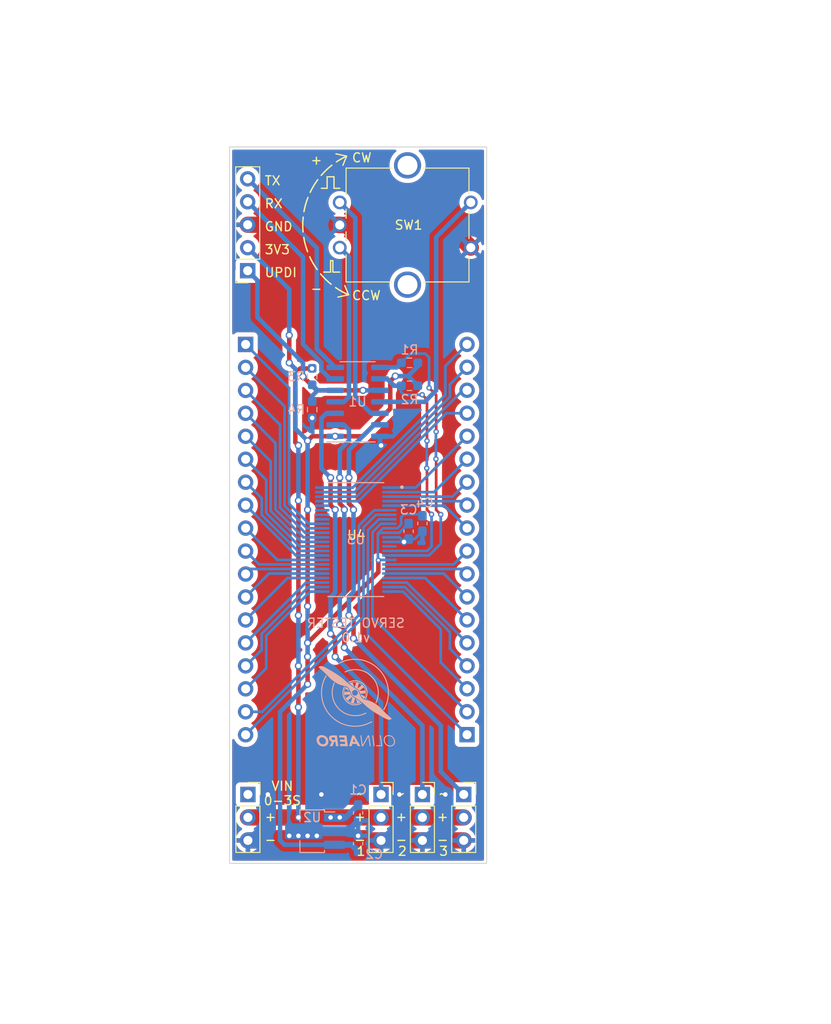
<source format=kicad_pcb>
(kicad_pcb (version 20240108) (generator "pcbnew") (generator_version "8.0")
  (layers (0 "F.Cu" signal) (31 "B.Cu" signal) (34 "B.Paste" user) (35 "F.Paste" user) (36 "B.SilkS" user "B.Silkscreen") (37 "F.SilkS" user "F.Silkscreen") (38 "B.Mask" user) (39 "F.Mask" user) (44 "Edge.Cuts" user))
  (net 0 "")
  (net 1 "VIN")
  (net 2 "GND")
  (net 3 "3V3")
  (net 4 "/PWM1")
  (net 5 "/PWM2")
  (net 7 "/UPDI")
  (net 8 "/UART_RX")
  (net 9 "/UART_TX")
  (net 10 "/PWM3")
  (net 11 "/SDA")
  (net 12 "/SCL")
  (net 13 "/VREAD")
  (net 14 "/A")
  (net 15 "/B")
  (net 16 "/SW")
  (net 17 "/COM0")
  (net 18 "/COM1")
  (net 19 "/COM2")
  (net 20 "/COM3")
  (net 26 "/22")
  (net 27 "/21")
  (net 28 "/20")
  (net 29 "/19")
  (net 30 "/18")
  (net 31 "/5")
  (net 32 "/4")
  (net 33 "/3")
  (net 34 "/2")
  (net 35 "/1")
  (net 36 "/30")
  (net 37 "/29")
  (net 38 "/28")
  (net 39 "/27")
  (net 40 "/17")
  (net 41 "/16")
  (net 42 "/15")
  (net 43 "/14")
  (net 44 "/13")
  (net 45 "/12")
  (net 46 "/11")
  (net 47 "/10")
  (net 48 "/9")
  (net 49 "/8")
  (net 50 "/7")
  (net 51 "/6")
  (net 52 "/0")
  (net 53 "/35")
  (net 54 "/34")
  (net 55 "/33")
  (net 56 "/32")
  (net 57 "/31")
  (footprint "servo_tester:VIM-878-DP" (layer "F.Cu") (at 114.612 81.036)
    (property "Reference" "U4")
    (property "Value" "VIM-878-DP-FC-S-LV")
  )
  (footprint "Connector_PinSocket_2.54mm:PinSocket_1x03_P2.54mm_Vertical" (layer "F.Cu") (at 102.616 109.22)
    (property "Reference" "J3" (hide yes))
    (property "Value" "Power In")
  )
  (footprint "Rotary_Encoder:RotaryEncoder_Bourns_Vertical_PEC12R-3xxxF-Sxxxx" (layer "F.Cu") (at 112.776 43.728)
    (property "Reference" "SW1")
    (property "Value" "RotaryEncoder_Switch")
  )
  (footprint "Connector_PinSocket_2.54mm:PinSocket_1x03_P2.54mm_Vertical" (layer "F.Cu") (at 121.92 109.22)
    (property "Reference" "J2" (hide yes))
    (property "Value" "Servo 2")
  )
  (footprint "Connector_PinSocket_2.54mm:PinSocket_1x03_P2.54mm_Vertical" (layer "F.Cu") (at 126.492 109.22)
    (property "Reference" "J5" (hide yes))
    (property "Value" "Servo 3")
  )
  (footprint "Connector_PinSocket_2.54mm:PinSocket_1x05_P2.54mm_Vertical" (layer "F.Cu") (at 102.591 51.278 180)
    (property "Reference" "J4" (hide yes))
    (property "Value" "Prog")
  )
  (footprint "Connector_PinSocket_2.54mm:PinSocket_1x03_P2.54mm_Vertical" (layer "F.Cu") (at 117.348 109.22)
    (property "Reference" "J1" (hide yes))
    (property "Value" "Servo 1")
  )
  (footprint "Capacitor_SMD:C_0603_1608Metric_Pad1.08x0.95mm_HandSolder" (layer "B.Cu") (at 114.808 111.252 -90)
    (property "Reference" "C1")
    (property "Value" "1u")
  )
  (footprint "LOGO" (layer "B.Cu") (at 114.630578 100.05801 180)
    (property "Reference" "G***" (hide yes))
    (property "Value" "LOGO" (hide yes))
  )
  (footprint "Capacitor_SMD:C_0603_1608Metric_Pad1.08x0.95mm_HandSolder" (layer "B.Cu") (at 120.396 80.1105 -90)
    (property "Reference" "C3")
    (property "Value" "100n")
  )
  (footprint "Package_SO:SOIC-14_3.9x8.7mm_P1.27mm" (layer "B.Cu") (at 114.743 65.786)
    (property "Reference" "U1")
    (property "Value" "ATtiny404-SS")
  )
  (footprint "Resistor_SMD:R_0603_1608Metric_Pad0.98x0.95mm_HandSolder" (layer "B.Cu") (at 109.728 62.992 -90)
    (property "Reference" "R3")
    (property "Value" "15k")
  )
  (footprint "Resistor_SMD:R_0603_1608Metric_Pad0.98x0.95mm_HandSolder" (layer "B.Cu") (at 109.728 66.6515 -90)
    (property "Reference" "R4")
    (property "Value" "4.7k")
  )
  (footprint "Resistor_SMD:R_0603_1608Metric_Pad0.98x0.95mm_HandSolder" (layer "B.Cu") (at 120.4995 64.008 180)
    (property "Reference" "R2")
    (property "Value" "4.7k")
  )
  (footprint "Resistor_SMD:R_0603_1608Metric_Pad0.98x0.95mm_HandSolder" (layer "B.Cu") (at 120.4995 61.468 180)
    (property "Reference" "R1")
    (property "Value" "4.7k")
  )
  (footprint "Capacitor_SMD:C_0603_1608Metric_Pad1.08x0.95mm_HandSolder" (layer "B.Cu") (at 114.808 114.6545 90)
    (property "Reference" "C2")
    (property "Value" "2.2u")
  )
  (footprint "Package_TO_SOT_SMD:SOT-89-3_Handsoldering" (layer "B.Cu") (at 109.728 113.284 180)
    (property "Reference" "U2")
    (property "Value" "AP2205-33Y-13")
  )
  (footprint "servo_tester:SOP50P810X120-48N" (layer "B.Cu") (at 114.554 81.026 180)
    (property "Reference" "U3")
    (property "Value" "PCF8551ATT_AJ")
  )
  (footprint "Capacitor_SMD:C_0603_1608Metric_Pad1.08x0.95mm_HandSolder" (layer "B.Cu") (at 121.92 79.248 -90)
    (property "Reference" "C4")
    (property "Value" "100n")
  )
  (gr_line (start 112.014 50.165) (end 112.014 51.435) (stroke (width 0.15)) (layer "F.SilkS"))
  (gr_line (start 111.76 51.435) (end 111.76 50.165) (stroke (width 0.15)) (layer "F.SilkS"))
  (gr_line (start 111.379 42.164) (end 111.379 40.894) (stroke (width 0.15)) (layer "F.SilkS"))
  (gr_line (start 113.538 38.608) (end 113.122869 39.623272) (stroke (width 0.15)) (layer "F.SilkS"))
  (gr_line (start 111.76 50.165) (end 112.014 50.165) (stroke (width 0.15)) (layer "F.SilkS"))
  (gr_line (start 113.538 38.608) (end 112.360869 38.353272) (stroke (width 0.15)) (layer "F.SilkS"))
  (gr_arc (start 113.750559 53.943631) (mid 108.685911 46.344541) (end 113.538 38.608) (stroke (width 0.15) (type dash)) (layer "F.SilkS"))
  (gr_line (start 113.750559 53.943631) (end 113.335428 52.928359) (stroke (width 0.15)) (layer "F.SilkS"))
  (gr_line (start 113.750559 53.943631) (end 112.573428 54.198359) (stroke (width 0.15)) (layer "F.SilkS"))
  (gr_line (start 110.744 42.164) (end 111.379 42.164) (stroke (width 0.15)) (layer "F.SilkS"))
  (gr_line (start 112.141 42.164) (end 112.776 42.164) (stroke (width 0.15)) (layer "F.SilkS"))
  (gr_line (start 111.379 40.894) (end 112.141 40.894) (stroke (width 0.15)) (layer "F.SilkS"))
  (gr_line (start 112.014 51.435) (end 112.776 51.435) (stroke (width 0.15)) (layer "F.SilkS"))
  (gr_line (start 110.998 51.435) (end 111.76 51.435) (stroke (width 0.15)) (layer "F.SilkS"))
  (gr_line (start 112.141 40.894) (end 112.141 42.164) (stroke (width 0.15)) (layer "F.SilkS"))
  (gr_rect (start 100.584 37.592) (end 129.032 116.84) (stroke (width 0.1)) (fill none) (layer "Edge.Cuts"))
  (gr_text "SERVO TESTER\nv1.0" (at 114.554 92.456 0) (layer "B.SilkS") (effects (font (size 1 1)) (justify bottom mirror)))
  (gr_text "TX" (at 104.394 41.91 0) (layer "F.SilkS") (effects (font (size 1 1)) (justify left bottom)))
  (gr_text "3" (at 123.698 116.078 0) (layer "F.SilkS") (effects (font (size 1 1)) (justify left bottom)))
  (gr_text "CCW" (at 114.046 54.61 0) (layer "F.SilkS") (effects (font (size 1 1)) (justify left bottom)))
  (gr_text "+" (at 104.394 112.268 0) (layer "F.SilkS") (effects (font (size 1 1)) (justify left bottom)))
  (gr_text "RX" (at 104.394 44.45 0) (layer "F.SilkS") (effects (font (size 1 1)) (justify left bottom)))
  (gr_text "~" (at 119.126 109.728 0) (layer "F.SilkS") (effects (font (size 1 1)) (justify left bottom)))
  (gr_text "+" (at 123.444 112.268 0) (layer "F.SilkS") (effects (font (size 1 1)) (justify left bottom)))
  (gr_text "+" (at 114.3 112.268 0) (layer "F.SilkS") (effects (font (size 1 1)) (justify left bottom)))
  (gr_text "UPDI" (at 104.394 52.07 0) (layer "F.SilkS") (effects (font (size 1 1)) (justify left bottom)))
  (gr_text "+" (at 109.474 39.624 0) (layer "F.SilkS") (effects (font (size 1 1)) (justify left bottom)))
  (gr_text "-" (at 123.444 114.808 0) (layer "F.SilkS") (effects (font (size 1 1)) (justify left bottom)))
  (gr_text "3V3" (at 104.394 49.53 0) (layer "F.SilkS") (effects (font (size 1 1)) (justify left bottom)))
  (gr_text "VIN\n0-3S" (at 106.426 110.49 0) (layer "F.SilkS") (effects (font (size 1 1)) (justify bottom)))
  (gr_text "~" (at 114.554 109.728 0) (layer "F.SilkS") (effects (font (size 1 1)) (justify left bottom)))
  (gr_text "~" (at 123.698 109.728 0) (layer "F.SilkS") (effects (font (size 1 1)) (justify left bottom)))
  (gr_text "GND" (at 104.394 46.99 0) (layer "F.SilkS") (effects (font (size 1 1)) (justify left bottom)))
  (gr_text "1" (at 114.554 116.078 0) (layer "F.SilkS") (effects (font (size 1 1)) (justify left bottom)))
  (gr_text "+" (at 118.872 112.268 0) (layer "F.SilkS") (effects (font (size 1 1)) (justify left bottom)))
  (gr_text "CW" (at 114.046 39.37 0) (layer "F.SilkS") (effects (font (size 1 1)) (justify left bottom)))
  (gr_text "2" (at 119.126 116.078 0) (layer "F.SilkS") (effects (font (size 1 1)) (justify left bottom)))
  (gr_text "-" (at 118.872 114.808 0) (layer "F.SilkS") (effects (font (size 1 1)) (justify left bottom)))
  (gr_text "-" (at 104.394 114.808 0) (layer "F.SilkS") (effects (font (size 1 1)) (justify left bottom)))
  (gr_text "-" (at 109.474 53.848 0) (layer "F.SilkS") (effects (font (size 1 1)) (justify left bottom)))
  (gr_text "-" (at 114.3 114.808 0) (layer "F.SilkS") (effects (font (size 1 1)) (justify left bottom)))
  (segment (start 108.401572 62.100346) (end 107.862 62.639918) (width 0.5) (layer "F.Cu") (net 1))
  (segment (start 108.204 76.708) (end 108.204 89.408) (width 0.5) (layer "F.Cu") (net 1))
  (segment (start 102.616 111.76) (end 108.204 111.76) (width 1.8) (layer "F.Cu") (net 1))
  (segment (start 109.707154 62.100346) (end 108.401572 62.100346) (width 0.5) (layer "F.Cu") (net 1))
  (segment (start 117.348 111.76) (end 121.92 111.76) (width 1.8) (layer "F.Cu") (net 1))
  (segment (start 112.776 111.76) (end 117.348 111.76) (width 1.8) (layer "F.Cu") (net 1))
  (segment (start 108.204 99.568) (end 108.204 94.996) (width 0.5) (layer "F.Cu") (net 1))
  (segment (start 121.92 111.76) (end 126.492 111.76) (width 1.8) (layer "F.Cu") (net 1))
  (segment (start 108.204 111.76) (end 111.76 111.76) (width 1.8) (layer "F.Cu") (net 1))
  (segment (start 107.862 62.639918) (end 107.862 70.27) (width 0.5) (layer "F.Cu") (net 1))
  (segment (start 111.76 111.76) (end 112.776 111.76) (width 1.8) (layer "F.Cu") (net 1))
  (segment (start 107.862 70.27) (end 108.204 70.612) (width 0.5) (layer "F.Cu") (net 1))
  (via (at 108.204 94.996) (size 0.8) (drill 0.5) (layers "F.Cu" "B.Cu") (net 1))
  (via (at 112.776 111.76) (size 0.8) (drill 0.5) (layers "F.Cu" "B.Cu") (net 1))
  (via (at 108.204 76.708) (size 0.8) (drill 0.5) (layers "F.Cu" "B.Cu") (net 1))
  (via (at 108.204 70.612) (size 0.8) (drill 0.5) (layers "F.Cu" "B.Cu") (net 1))
  (via (at 111.76 111.76) (size 0.8) (drill 0.5) (layers "F.Cu" "B.Cu") (net 1))
  (via (at 108.204 99.568) (size 0.8) (drill 0.5) (layers "F.Cu" "B.Cu") (net 1))
  (via (at 109.707154 62.100346) (size 0.8) (drill 0.5) (layers "F.Cu" "B.Cu") (net 1))
  (via (at 108.204 111.76) (size 0.8) (drill 0.5) (layers "F.Cu" "B.Cu") (net 1))
  (via (at 108.204 89.408) (size 0.8) (drill 0.5) (layers "F.Cu" "B.Cu") (net 1))
  (segment (start 112.178 111.784) (end 113.4135 111.784) (width 0.65) (layer "B.Cu") (net 1))
  (segment (start 113.4135 111.784) (end 114.808 110.3895) (width 0.65) (layer "B.Cu") (net 1))
  (segment (start 108.204 99.568) (end 108.204 111.76) (width 0.5) (layer "B.Cu") (net 1))
  (segment (start 108.204 70.612) (end 108.204 76.708) (width 0.5) (layer "B.Cu") (net 1))
  (segment (start 108.204 89.408) (end 108.204 94.996) (width 0.5) (layer "B.Cu") (net 1))
  (segment (start 119.888 68.072) (end 119.888 90.005321) (width 1.8) (layer "F.Cu") (net 2))
  (segment (start 116.8415 65.1965) (end 116.8415 49.5315) (width 1.8) (layer "F.Cu") (net 2))
  (segment (start 111.76 98.133321) (end 111.76 108.204) (width 1.8) (layer "F.Cu") (net 2))
  (segment (start 112.776 46.228) (end 124.776 46.228) (width 1.8) (layer "F.Cu") (net 2))
  (segment (start 119.38 107.996364) (end 118.653636 107.27) (width 1.8) (layer "F.Cu") (net 2))
  (segment (start 124.46 108.504364) (end 123.225636 107.27) (width 1.8) (layer "F.Cu") (net 2))
  (segment (start 109.728 67.564) (end 111.276 66.016) (width 1.8) (layer "F.Cu") (net 2))
  (segment (start 124.776 46.228) (end 127.276 48.728) (width 1.8) (layer "F.Cu") (net 2))
  (segment (start 121.92 114.3) (end 126.492 114.3) (width 1.8) (layer "F.Cu") (net 2))
  (segment (start 111.76 108.204) (end 110.744 109.22) (width 1.8) (layer "F.Cu") (net 2))
  (segment (start 119.888 65.032147) (end 119.888 68.072) (width 1.8) (layer "F.Cu") (net 2))
  (segment (start 119.888 90.005321) (end 111.76 98.133321) (width 1.8) (layer "F.Cu") (net 2))
  (segment (start 124.46 109.22) (end 124.46 108.504364) (width 1.8) (layer "F.Cu") (net 2))
  (segment (start 102.591 46.198) (end 112.746 46.198) (width 1.8) (layer "F.Cu") (net 2))
  (segment (start 102.616 114.3) (end 117.348 114.3) (width 1.8) (layer "F.Cu") (net 2))
  (segment (start 116.022 66.016) (end 116.8415 65.1965) (width 1.8) (layer "F.Cu") (net 2))
  (segment (start 104.822 109.22) (end 110.744 109.22) (width 1.8) (layer "F.Cu") (net 2))
  (segment (start 112.776 46.228) (end 113.538 46.228) (width 1.8) (layer "F.Cu") (net 2))
  (segment (start 117.348 114.3) (end 121.92 114.3) (width 1.8) (layer "F.Cu") (net 2))
  (segment (start 112.746 46.198) (end 112.776 46.228) (width 1.8) (layer "F.Cu") (net 2))
  (segment (start 116.8415 58.332179) (end 120.904 62.394679) (width 1.8) (layer "F.Cu") (net 2))
  (segment (start 116.8415 49.5315) (end 116.8415 58.332179) (width 1.8) (layer "F.Cu") (net 2))
  (segment (start 111.276 66.016) (end 116.022 66.016) (width 1.8) (layer "F.Cu") (net 2))
  (segment (start 120.904 64.016147) (end 119.888 65.032147) (width 1.8) (layer "F.Cu") (net 2))
  (segment (start 112.694 107.27) (end 110.744 109.22) (width 1.8) (layer "F.Cu") (net 2))
  (segment (start 118.653636 107.27) (end 112.694 107.27) (width 1.8) (layer "F.Cu") (net 2))
  (segment (start 123.225636 107.27) (end 118.653636 107.27) (width 1.8) (layer "F.Cu") (net 2))
  (segment (start 119.38 109.22) (end 119.38 107.996364) (width 1.8) (layer "F.Cu") (net 2))
  (segment (start 113.538 46.228) (end 116.8415 49.5315) (width 1.8) (layer "F.Cu") (net 2))
  (segment (start 120.904 62.394679) (end 120.904 64.016147) (width 1.8) (layer "F.Cu") (net 2))
  (segment (start 119.888 68.072) (end 117.348 70.612) (width 1.8) (layer "F.Cu") (net 2))
  (via (at 109.728 67.564) (size 0.8) (drill 0.5) (layers "F.Cu" "B.Cu") (net 2))
  (via (at 108.204 113.792) (size 0.8) (drill 0.5) (layers "F.Cu" "B.Cu") (net 2))
  (via (at 114.808 113.792) (size 0.8) (drill 0.5) (layers "F.Cu" "B.Cu") (net 2))
  (via (at 107.188 113.792) (size 0.8) (drill 0.5) (layers "F.Cu" "B.Cu") (net 2))
  (via (at 119.38 109.22) (size 0.8) (drill 0.5) (layers "F.Cu" "B.Cu") (net 2))
  (via (at 104.822 109.22) (size 0.8) (drill 0.5) (layers "F.Cu" "B.Cu") (net 2))
  (via (at 109.22 113.792) (size 0.8) (drill 0.5) (layers "F.Cu" "B.Cu") (net 2))
  (via (at 110.744 109.22) (size 0.8) (drill 0.5) (layers "F.Cu" "B.Cu") (net 2))
  (via (at 117.348 70.612) (size 0.8) (drill 0.5) (layers "F.Cu" "B.Cu") (net 2))
  (via (at 119.888 81.28) (size 0.8) (drill 0.5) (layers "F.Cu" "B.Cu") (net 2))
  (via (at 110.236 113.792) (size 0.8) (drill 0.5) (layers "F.Cu" "B.Cu") (net 2))
  (via (at 124.46 109.22) (size 0.8) (drill 0.5) (layers "F.Cu" "B.Cu") (net 2))
  (segment (start 119.384 80.776) (end 118.269 80.776) (width 0.3) (layer "B.Cu") (net 2))
  (segment (start 112.0905 113.284) (end 113.6435 113.284) (width 0.65) (layer "B.Cu") (net 2))
  (segment (start 104.822 112.944) (end 104.822 109.22) (width 1.8) (layer "B.Cu") (net 2))
  (segment (start 122.77 114.3) (end 124.46 112.61) (width 1.8) (layer "B.Cu") (net 2))
  (segment (start 119.38 109.22) (end 119.38 113.118) (width 1.8) (layer "B.Cu") (net 2))
  (segment (start 117.218 70.482) (end 117.348 70.612) (width 0.5) (layer "B.Cu") (net 2))
  (segment (start 124.46 112.61) (end 124.46 109.22) (width 1.8) (layer "B.Cu") (net 2))
  (segment (start 120.396 81.1795) (end 120.2955 81.28) (width 0.3) (layer "B.Cu") (net 2))
  (segment (start 120.195 80.973) (end 120.396 80.973) (width 0.3) (layer "B.Cu") (net 2))
  (segment (start 119.888 81.28) (end 120.2955 81.28) (width 0.3) (layer "B.Cu") (net 2))
  (segment (start 121.92 114.3) (end 122.77 114.3) (width 1.8) (layer "B.Cu") (net 2))
  (segment (start 119.38 113.118) (end 118.198 114.3) (width 1.8) (layer "B.Cu") (net 2))
  (segment (start 103.466 114.3) (end 104.822 112.944) (width 1.8) (layer "B.Cu") (net 2))
  (segment (start 118.273 81.28) (end 118.269 81.276) (width 0.3) (layer "B.Cu") (net 2))
  (segment (start 120.2955 81.28) (end 118.273 81.28) (width 0.3) (layer "B.Cu") (net 2))
  (segment (start 102.616 114.3) (end 103.466 114.3) (width 1.8) (layer "B.Cu") (net 2))
  (segment (start 119.888 81.28) (end 119.384 80.776) (width 0.3) (layer "B.Cu") (net 2))
  (segment (start 120.396 80.973) (end 120.396 81.1795) (width 0.3) (layer "B.Cu") (net 2))
  (segment (start 113.6435 113.284) (end 114.3 113.284) (width 0.65) (layer "B.Cu") (net 2))
  (segment (start 121.0575 80.973) (end 120.396 80.973) (width 0.3) (layer "B.Cu") (net 2))
  (segment (start 119.888 81.28) (end 120.195 80.973) (width 0.3) (layer "B.Cu") (net 2))
  (segment (start 121.92 80.1105) (end 121.0575 80.973) (width 0.3) (layer "B.Cu") (net 2))
  (segment (start 112.0905 113.284) (end 110.744 113.284) (width 0.65) (layer "B.Cu") (net 2))
  (segment (start 109.728 112.268) (end 109.728 110.236) (width 0.65) (layer "B.Cu") (net 2))
  (segment (start 117.218 69.596) (end 117.218 70.482) (width 0.5) (layer "B.Cu") (net 2))
  (segment (start 113.6435 113.284) (end 114.808 112.1195) (width 0.65) (layer "B.Cu") (net 2))
  (segment (start 109.728 110.236) (end 110.744 109.22) (width 0.65) (layer "B.Cu") (net 2))
  (segment (start 114.3 113.284) (end 114.808 113.792) (width 0.65) (layer "B.Cu") (net 2))
  (segment (start 118.198 114.3) (end 117.348 114.3) (width 1.8) (layer "B.Cu") (net 2))
  (segment (start 110.744 113.284) (end 109.728 112.268) (width 0.65) (layer "B.Cu") (net 2))
  (segment (start 114.808 112.1195) (end 114.808 112.1145) (width 0.65) (layer "B.Cu") (net 2))
  (segment (start 109.22 92.456) (end 115.088 86.588) (width 0.5) (layer "F.Cu") (net 3))
  (segment (start 118.364 66.548) (end 115.316 69.596) (width 0.5) (layer "F.Cu") (net 3))
  (segment (start 115.316 69.596) (end 112.268 69.596) (width 0.5) (layer "F.Cu") (net 3))
  (segment (start 109.22 88.392) (end 109.22 77.724) (width 0.5) (layer "F.Cu") (net 3))
  (segment (start 118.925688 62.938312) (end 118.364 63.5) (width 0.5) (layer "F.Cu") (net 3))
  (segment (start 109.22 93.98) (end 109.22 97.028) (width 0.5) (layer "F.Cu") (net 3))
  (segment (start 112.268 69.596) (end 109.728 69.596) (width 0.5) (layer "F.Cu") (net 3))
  (segment (start 118.364 63.5) (end 118.364 66.548) (width 0.5) (layer "F.Cu") (net 3))
  (segment (start 109.728 69.596) (end 109.22 70.104) (width 0.5) (layer "F.Cu") (net 3))
  (segment (start 107.188 61.468) (end 107.188 58.42) (width 0.5) (layer "F.Cu") (net 3))
  (segment (start 115.088 86.588) (end 117.0495 84.6265) (width 0.5) (layer "F.Cu") (net 3))
  (segment (start 117.0495 84.6265) (end 117.0495 83.312) (width 0.5) (layer "F.Cu") (net 3))
  (via (at 107.188 61.468) (size 0.8) (drill 0.5) (layers "F.Cu" "B.Cu") (net 3))
  (via (at 109.22 93.98) (size 0.8) (drill 0.5) (layers "F.Cu" "B.Cu") (net 3))
  (via (at 109.22 92.456) (size 0.8) (drill 0.5) (layers "F.Cu" "B.Cu") (net 3))
  (via (at 109.22 88.392) (size 0.8) (drill 0.5) (layers "F.Cu" "B.Cu") (net 3))
  (via (at 112.268 69.596) (size 0.8) (drill 0.5) (layers "F.Cu" "B.Cu") (net 3))
  (via (at 109.22 97.028) (size 0.8) (drill 0.5) (layers "F.Cu" "B.Cu") (net 3))
  (via (at 109.22 77.724) (size 0.8) (drill 0.5) (layers "F.Cu" "B.Cu") (net 3))
  (via (at 109.22 70.104) (size 0.8) (drill 0.5) (layers "F.Cu" "B.Cu") (net 3))
  (via (at 118.925688 62.938312) (size 0.8) (drill 0.5) (layers "F.Cu" "B.Cu") (net 3))
  (via (at 117.0495 83.312) (size 0.6) (drill 0.3) (layers "F.Cu" "B.Cu") (net 3))
  (via (at 107.188 58.42) (size 0.8) (drill 0.5) (layers "F.Cu" "B.Cu") (net 3))
  (segment (start 118.269 80.276) (end 119.368 80.276) (width 0.3) (layer "B.Cu") (net 3))
  (segment (start 117.571894 79.776) (end 117 80.347894) (width 0.3) (layer "B.Cu") (net 3))
  (segment (start 119.571 78.549) (end 119.888 78.232) (width 0.3) (layer "B.Cu") (net 3))
  (segment (start 107.862 68.746) (end 107.862 62.142) (width 0.5) (layer "B.Cu") (net 3))
  (segment (start 118.925688 62.938312) (end 120.342312 62.938312) (width 0.5) (layer "B.Cu") (net 3))
  (segment (start 107.188 53.335) (end 102.591 48.738) (width 0.5) (layer "B.Cu") (net 3))
  (segment (start 117.0855 83.276) (end 117.0495 83.312) (width 0.3) (layer "B.Cu") (net 3))
  (segment (start 112.178 114.784) (end 114.075 114.784) (width 0.65) (layer "B.Cu") (net 3))
  (segment (start 118.269 79.776) (end 117.571894 79.776) (width 0.3) (layer "B.Cu") (net 3))
  (segment (start 119.368 80.276) (end 120.396 79.248) (width 0.3) (layer "B.Cu") (net 3))
  (segment (start 118.269 83.276) (end 117.0855 83.276) (width 0.3) (layer "B.Cu") (net 3))
  (segment (start 106.656 114.784) (end 112.178 114.784) (width 0.5) (layer "B.Cu") (net 3))
  (segment (start 121.412 61.468) (end 121.412 61.868624) (width 0.5) (layer "B.Cu") (net 3))
  (segment (start 117 80.5) (end 117 83.2625) (width 0.3) (layer "B.Cu") (net 3))
  (segment (start 109.22 97.028) (end 106.172 100.076) (width 0.5) (layer "B.Cu") (net 3))
  (segment (start 119.888 78.232) (end 121.7665 78.232) (width 0.3) (layer "B.Cu") (net 3))
  (segment (start 118.269 79.776) (end 119.160894 79.776) (width 0.3) (layer "B.Cu") (net 3))
  (segment (start 120.342312 62.938312) (end 121.412 64.008) (width 0.5) (layer "B.Cu") (net 3))
  (segment (start 106.172 114.3) (end 106.656 114.784) (width 0.5) (layer "B.Cu") (net 3))
  (segment (start 117 80.347894) (end 117 80.5) (width 0.3) (layer "B.Cu") (net 3))
  (segment (start 117.224 80.276) (end 118.269 80.276) (width 0.3) (layer "B.Cu") (net 3))
  (segment (start 106.172 100.076) (end 106.172 114.3) (width 0.5) (layer "B.Cu") (net 3))
  (segment (start 117 83.2625) (end 117.0495 83.312) (width 0.3) (layer "B.Cu") (net 3))
  (segment (start 109.22 70.104) (end 109.22 77.724) (width 0.5) (layer "B.Cu") (net 3))
  (segment (start 119.160894 79.776) (end 119.571 79.365894) (width 0.3) (layer "B.Cu") (net 3))
  (segment (start 107.188 58.42) (end 107.188 53.335) (width 0.5) (layer "B.Cu") (net 3))
  (segment (start 107.862 62.142) (end 107.188 61.468) (width 0.5) (layer "B.Cu") (net 3))
  (segment (start 121.412 61.868624) (end 120.342312 62.938312) (width 0.5) (layer "B.Cu") (net 3))
  (segment (start 114.075 114.784) (end 114.808 115.517) (width 0.65) (layer "B.Cu") (net 3))
  (segment (start 119.571 79.365894) (end 119.571 78.549) (width 0.3) (layer "B.Cu") (net 3))
  (segment (start 117 80.5) (end 117.224 80.276) (width 0.3) (layer "B.Cu") (net 3))
  (segment (start 109.22 88.392) (end 109.22 93.98) (width 0.5) (layer "B.Cu") (net 3))
  (segment (start 109.22 70.104) (end 107.862 68.746) (width 0.5) (layer "B.Cu") (net 3))
  (segment (start 121.7665 78.232) (end 121.92 78.3855) (width 0.3) (layer "B.Cu") (net 3))
  (segment (start 112.268 91.948) (end 111.76 91.44) (width 0.5) (layer "F.Cu") (net 4))
  (segment (start 112.268 77.724) (end 111.76 77.216) (width 0.5) (layer "F.Cu") (net 4))
  (segment (start 111.76 77.216) (end 111.76 74.168) (width 0.5) (layer "F.Cu") (net 4))
  (segment (start 112.268 93.98) (end 112.268 91.948) (width 0.5) (layer "F.Cu") (net 4))
  (via (at 112.268 77.724) (size 0.8) (drill 0.5) (layers "F.Cu" "B.Cu") (net 4))
  (via (at 111.76 74.168) (size 0.8) (drill 0.5) (layers "F.Cu" "B.Cu") (net 4))
  (via (at 112.268 93.98) (size 0.8) (drill 0.5) (layers "F.Cu" "B.Cu") (net 4))
  (via (at 111.76 91.44) (size 0.8) (drill 0.5) (layers "F.Cu" "B.Cu") (net 4))
  (segment (start 110.744 73.152) (end 110.744 67.605) (width 0.5) (layer "B.Cu") (net 4))
  (segment (start 117.348 99.06) (end 117.348 109.22) (width 0.5) (layer "B.Cu") (net 4))
  (segment (start 111.76 87.371) (end 111.777928 87.371) (width 0.5) (layer "B.Cu") (net 4))
  (segment (start 111.76 91.44) (end 111.76 87.371) (width 0.5) (layer "B.Cu") (net 4))
  (segment (start 112.268 93.98) (end 117.348 99.06) (width 0.5) (layer "B.Cu") (net 4))
  (segment (start 111.293 67.056) (end 112.268 67.056) (width 0.5) (layer "B.Cu") (net 4))
  (segment (start 111.76 74.168) (end 110.744 73.152) (width 0.5) (layer "B.Cu") (net 4))
  (segment (start 112.268 86.880928) (end 112.268 77.724) (width 0.5) (layer "B.Cu") (net 4))
  (segment (start 111.777928 87.371) (end 112.268 86.880928) (width 0.5) (layer "B.Cu") (net 4))
  (segment (start 110.744 67.605) (end 111.293 67.056) (width 0.5) (layer "B.Cu") (net 4))
  (segment (start 113.284 92.964) (end 113.284 90.932) (width 0.5) (layer "F.Cu") (net 5))
  (segment (start 113.284 77.537918) (end 113.284 77.724) (width 0.5) (layer "F.Cu") (net 5))
  (segment (start 112.776 77.029918) (end 113.284 77.537918) (width 0.5) (layer "F.Cu") (net 5))
  (segment (start 113.284 90.932) (end 112.776 90.424) (width 0.5) (layer "F.Cu") (net 5))
  (segment (start 112.776 74.168) (end 112.776 77.029918) (width 0.5) (layer "F.Cu") (net 5))
  (via (at 113.284 77.724) (size 0.8) (drill 0.5) (layers "F.Cu" "B.Cu") (net 5))
  (via (at 113.284 92.964) (size 0.8) (drill 0.5) (layers "F.Cu" "B.Cu") (net 5))
  (via (at 112.776 90.424) (size 0.8) (drill 0.5) (layers "F.Cu" "B.Cu") (net 5))
  (via (at 112.776 74.168) (size 0.8) (drill 0.5) (layers "F.Cu" "B.Cu") (net 5))
  (segment (start 113.792 70.104) (end 113.792 68.875) (width 0.5) (layer "B.Cu") (net 5))
  (segment (start 121.92 101.6) (end 121.92 109.22) (width 0.5) (layer "B.Cu") (net 5))
  (segment (start 112.776 90.424) (end 112.776 87.362878) (width 0.5) (layer "B.Cu") (net 5))
  (segment (start 112.776 74.168) (end 112.776 71.12) (width 0.5) (layer "B.Cu") (net 5))
  (segment (start 113.792 68.875) (end 113.243 68.326) (width 0.5) (layer "B.Cu") (net 5))
  (segment (start 113.243 68.326) (end 112.268 68.326) (width 0.5) (layer "B.Cu") (net 5))
  (segment (start 113.284 92.964) (end 121.92 101.6) (width 0.5) (layer "B.Cu") (net 5))
  (segment (start 113.284 86.854878) (end 113.284 77.724) (width 0.5) (layer "B.Cu") (net 5))
  (segment (start 112.776 71.12) (end 113.792 70.104) (width 0.5) (layer "B.Cu") (net 5))
  (segment (start 112.776 87.362878) (end 113.284 86.854878) (width 0.5) (layer "B.Cu") (net 5))
  (segment (start 110.236 64.516) (end 115.3415 64.516) (width 0.5) (layer "F.Cu") (net 7))
  (segment (start 108.712 62.992) (end 110.236 64.516) (width 0.5) (layer "F.Cu") (net 7))
  (via (at 108.712 62.992) (size 0.8) (drill 0.5) (layers "F.Cu" "B.Cu") (net 7))
  (via (at 115.3415 64.516) (size 0.8) (drill 0.5) (layers "F.Cu" "B.Cu") (net 7))
  (segment (start 117.218 64.516) (end 115.3415 64.516) (width 0.5) (layer "B.Cu") (net 7))
  (segment (start 108.712 61.468) (end 103.662 56.418) (width 0.5) (layer "B.Cu") (net 7))
  (segment (start 108.712 62.992) (end 108.712 61.468) (width 0.5) (layer "B.Cu") (net 7))
  (segment (start 103.662 56.418) (end 103.662 52.349) (width 0.5) (layer "B.Cu") (net 7))
  (segment (start 103.662 52.349) (end 102.591 51.278) (width 0.5) (layer "B.Cu") (net 7))
  (segment (start 108.712 49.779) (end 102.591 43.658) (width 0.5) (layer "B.Cu") (net 8))
  (segment (start 110.744 61.44195) (end 108.712 59.40995) (width 0.5) (layer "B.Cu") (net 8))
  (segment (start 112.268 63.246) (end 111.714472 63.246) (width 0.5) (layer "B.Cu") (net 8))
  (segment (start 110.744 62.275528) (end 110.744 61.44195) (width 0.5) (layer "B.Cu") (net 8))
  (segment (start 108.712 59.40995) (end 108.712 49.779) (width 0.5) (layer "B.Cu") (net 8))
  (segment (start 111.714472 63.246) (end 110.744 62.275528) (width 0.5) (layer "B.Cu") (net 8))
  (segment (start 110.236 59.944) (end 110.236 48.763) (width 0.5) (layer "B.Cu") (net 9))
  (segment (start 112.268 61.976) (end 110.236 59.944) (width 0.5) (layer "B.Cu") (net 9))
  (segment (start 110.236 48.763) (end 102.591 41.118) (width 0.5) (layer "B.Cu") (net 9))
  (segment (start 113.792 74.168) (end 113.792 77.029918) (width 0.5) (layer "F.Cu") (net 10))
  (segment (start 113.792 77.029918) (end 114.3 77.537918) (width 0.5) (layer "F.Cu") (net 10))
  (segment (start 114.3 91.948) (end 114.3 89.916) (width 0.5) (layer "F.Cu") (net 10))
  (segment (start 114.3 89.916) (end 113.792 89.408) (width 0.5) (layer "F.Cu") (net 10))
  (segment (start 114.3 77.537918) (end 114.3 77.724) (width 0.5) (layer "F.Cu") (net 10))
  (via (at 114.3 77.724) (size 0.8) (drill 0.5) (layers "F.Cu" "B.Cu") (net 10))
  (via (at 113.792 89.408) (size 0.8) (drill 0.5) (layers "F.Cu" "B.Cu") (net 10))
  (via (at 114.3 91.948) (size 0.8) (drill 0.5) (layers "F.Cu" "B.Cu") (net 10))
  (via (at 113.792 74.168) (size 0.8) (drill 0.5) (layers "F.Cu" "B.Cu") (net 10))
  (segment (start 113.792 74.168) (end 113.792 71.12) (width 0.5) (layer "B.Cu") (net 10))
  (segment (start 113.792 71.12) (end 116.586 68.326) (width 0.5) (layer "B.Cu") (net 10))
  (segment (start 123.952 106.68) (end 126.492 109.22) (width 0.5) (layer "B.Cu") (net 10))
  (segment (start 113.792 87.336827) (end 113.792 89.408) (width 0.5) (layer "B.Cu") (net 10))
  (segment (start 114.3 77.724) (end 114.3 86.828827) (width 0.5) (layer "B.Cu") (net 10))
  (segment (start 116.586 68.326) (end 117.218 68.326) (width 0.5) (layer "B.Cu") (net 10))
  (segment (start 114.3 86.828827) (end 113.792 87.336827) (width 0.5) (layer "B.Cu") (net 10))
  (segment (start 123.952 101.6) (end 123.952 106.68) (width 0.5) (layer "B.Cu") (net 10))
  (segment (start 114.3 91.948) (end 123.952 101.6) (width 0.5) (layer "B.Cu") (net 10))
  (segment (start 123.952 78.247266) (end 123.444 77.739266) (width 0.3) (layer "F.Cu") (net 11))
  (segment (start 123.444 72.136) (end 123.418734 72.110734) (width 0.3) (layer "F.Cu") (net 11))
  (segment (start 122.660023 64.240023) (end 123.445043 65.025043) (width 0.3) (layer "F.Cu") (net 11))
  (segment (start 123.445043 65.025043) (end 123.445043 69.089043) (width 0.3) (layer "F.Cu") (net 11))
  (segment (start 123.444 77.739266) (end 123.444 72.136) (width 0.3) (layer "F.Cu") (net 11))
  (via (at 122.660023 64.240023) (size 0.6) (drill 0.3) (layers "F.Cu" "B.Cu") (net 11))
  (via (at 123.418734 72.110734) (size 0.6) (drill 0.3) (layers "F.Cu" "B.Cu") (net 11))
  (via (at 123.952 78.247266) (size 0.6) (drill 0.3) (layers "F.Cu" "B.Cu") (net 11))
  (via (at 123.445043 69.089043) (size 0.6) (drill 0.3) (layers "F.Cu" "B.Cu") (net 11))
  (segment (start 120.603 60.452) (end 122.237 60.452) (width 0.3) (layer "B.Cu") (net 11))
  (segment (start 122.237 60.452) (end 122.660023 60.875023) (width 0.3) (layer "B.Cu") (net 11))
  (segment (start 119.587 61.468) (end 120.603 60.452) (width 0.3) (layer "B.Cu") (net 11))
  (segment (start 123.418734 69.115352) (end 123.445043 69.089043) (width 0.3) (layer "B.Cu") (net 11))
  (segment (start 123.952 81.479106) (end 122.655106 82.776) (width 0.3) (layer "B.Cu") (net 11))
  (segment (start 122.655106 82.776) (end 118.269 82.776) (width 0.3) (layer "B.Cu") (net 11))
  (segment (start 123.952 78.247266) (end 123.952 81.479106) (width 0.3) (layer "B.Cu") (net 11))
  (segment (start 123.418734 72.110734) (end 123.418734 69.115352) (width 0.3) (layer "B.Cu") (net 11))
  (segment (start 117.218 61.976) (end 119.079 61.976) (width 0.5) (layer "B.Cu") (net 11))
  (segment (start 122.660023 60.875023) (end 122.660023 64.240023) (width 0.3) (layer "B.Cu") (net 11))
  (segment (start 119.079 61.976) (end 119.587 61.468) (width 0.5) (layer "B.Cu") (net 11))
  (segment (start 122.428 77.724) (end 122.428 73.152) (width 0.3) (layer "F.Cu") (net 12))
  (segment (start 122.429043 65.533043) (end 122.429043 70.105043) (width 0.3) (layer "F.Cu") (net 12))
  (segment (start 122.936 78.232) (end 122.428 77.724) (width 0.3) (layer "F.Cu") (net 12))
  (segment (start 122.428 73.152) (end 122.402734 73.126734) (width 0.3) (layer "F.Cu") (net 12))
  (segment (start 121.898023 65.002023) (end 122.429043 65.533043) (width 0.3) (layer "F.Cu") (net 12))
  (via (at 122.402734 73.126734) (size 0.6) (drill 0.3) (layers "F.Cu" "B.Cu") (net 12))
  (via (at 122.429043 70.105043) (size 0.6) (drill 0.3) (layers "F.Cu" "B.Cu") (net 12))
  (via (at 122.936 78.232) (size 0.6) (drill 0.3) (layers "F.Cu" "B.Cu") (net 12))
  (via (at 121.898023 65.002023) (size 0.6) (drill 0.3) (layers "F.Cu" "B.Cu") (net 12))
  (segment (start 122.936 78.232) (end 122.936 81.788) (width 0.3) (layer "B.Cu") (net 12))
  (segment (start 119.556 64.008) (end 118.794 64.008) (width 0.5) (layer "B.Cu") (net 12))
  (segment (start 122.402734 73.126734) (end 122.402734 70.131352) (width 0.3) (layer "B.Cu") (net 12))
  (segment (start 122.402734 70.131352) (end 122.429043 70.105043) (width 0.3) (layer "B.Cu") (net 12))
  (segment (start 122.448 82.276) (end 118.269 82.276) (width 0.3) (layer "B.Cu") (net 12))
  (segment (start 119.866023 65.002023) (end 121.898023 65.002023) (width 0.3) (layer "B.Cu") (net 12))
  (segment (start 119.556 64.008) (end 119.556 64.692) (width 0.3) (layer "B.Cu") (net 12))
  (segment (start 122.936 81.788) (end 122.448 82.276) (width 0.3) (layer "B.Cu") (net 12))
  (segment (start 118.794 64.008) (end 118.032 63.246) (width 0.5) (layer "B.Cu") (net 12))
  (segment (start 118.032 63.246) (end 117.218 63.246) (width 0.5) (layer "B.Cu") (net 12))
  (segment (start 119.556 64.692) (end 119.866023 65.002023) (width 0.3) (layer "B.Cu") (net 12))
  (segment (start 110.3395 64.516) (end 112.268 64.516) (width 0.5) (layer "B.Cu") (net 13))
  (segment (start 109.728 63.9045) (end 110.3395 64.516) (width 0.5) (layer "B.Cu") (net 13))
  (segment (start 109.728 65.1275) (end 109.728 65.739) (width 0.5) (layer "B.Cu") (net 13))
  (segment (start 110.3395 64.516) (end 109.728 65.1275) (width 0.5) (layer "B.Cu") (net 13))
  (segment (start 114.492 65.305) (end 116.243 67.056) (width 0.5) (layer "B.Cu") (net 14))
  (segment (start 116.243 67.056) (end 117.218 67.056) (width 0.5) (layer "B.Cu") (net 14))
  (segment (start 114.492 45.444) (end 114.492 65.305) (width 0.5) (layer "B.Cu") (net 14))
  (segment (start 112.776 43.728) (end 114.492 45.444) (width 0.5) (layer "B.Cu") (net 14))
  (segment (start 113.243 65.786) (end 112.268 65.786) (width 0.5) (layer "B.Cu") (net 15))
  (segment (start 113.792 65.237) (end 113.243 65.786) (width 0.5) (layer "B.Cu") (net 15))
  (segment (start 113.792 49.744) (end 113.792 65.237) (width 0.5) (layer "B.Cu") (net 15))
  (segment (start 112.776 48.728) (end 113.792 49.744) (width 0.5) (layer "B.Cu") (net 15))
  (segment (start 122.174 65.786) (end 117.218 65.786) (width 0.5) (layer "B.Cu") (net 16))
  (segment (start 127.276 43.728) (end 123.444 47.56) (width 0.5) (layer "B.Cu") (net 16))
  (segment (start 123.444 64.516) (end 122.174 65.786) (width 0.5) (layer "B.Cu") (net 16))
  (segment (start 123.444 47.56) (end 123.444 64.516) (width 0.5) (layer "B.Cu") (net 16))
  (segment (start 116.588894 77.776) (end 118.269 77.776) (width 0.3) (layer "B.Cu") (net 17))
  (segment (start 114.9 89.370894) (end 114.9 79.464894) (width 0.3) (layer "B.Cu") (net 17))
  (segment (start 104.194894 100.076) (end 114.9 89.370894) (width 0.3) (layer "B.Cu") (net 17))
  (segment (start 114.9 79.464894) (end 116.588894 77.776) (width 0.3) (layer "B.Cu") (net 17))
  (segment (start 102.362 100.076) (end 104.194894 100.076) (width 0.3) (layer "B.Cu") (net 17))
  (segment (start 115.4 79.672) (end 116.796 78.276) (width 0.3) (layer "B.Cu") (net 18))
  (segment (start 115.4 89.578) (end 115.4 79.672) (width 0.3) (layer "B.Cu") (net 18))
  (segment (start 102.362 102.616) (end 115.4 89.578) (width 0.3) (layer "B.Cu") (net 18))
  (segment (start 116.796 78.276) (end 118.269 78.276) (width 0.3) (layer "B.Cu") (net 18))
  (segment (start 126.862 102.606) (end 115.9 91.644) (width 0.3) (layer "B.Cu") (net 19))
  (segment (start 115.9 79.988894) (end 117.112894 78.776) (width 0.3) (layer "B.Cu") (net 19))
  (segment (start 117.112894 78.776) (end 118.269 78.776) (width 0.3) (layer "B.Cu") (net 19))
  (segment (start 115.9 91.644) (end 115.9 79.988894) (width 0.3) (layer "B.Cu") (net 19))
  (segment (start 116.4 89.604) (end 116.4 80.196) (width 0.3) (layer "B.Cu") (net 20))
  (segment (start 126.862 100.066) (end 116.4 89.604) (width 0.3) (layer "B.Cu") (net 20))
  (segment (start 116.4 80.196) (end 117.32 79.276) (width 0.3) (layer "B.Cu") (net 20))
  (segment (start 117.32 79.276) (end 118.269 79.276) (width 0.3) (layer "B.Cu") (net 20))
  (segment (start 107.172 64.246) (end 102.362 59.436) (width 0.3) (layer "B.Cu") (net 26))
  (segment (start 109.371742 79.276) (end 107.172 77.076258) (width 0.3) (layer "B.Cu") (net 26))
  (segment (start 107.172 77.076258) (end 107.172 64.246) (width 0.3) (layer "B.Cu") (net 26))
  (segment (start 110.839 79.276) (end 109.371742 79.276) (width 0.3) (layer "B.Cu") (net 26))
  (segment (start 109.164636 79.776) (end 110.839 79.776) (width 0.3) (layer "B.Cu") (net 27))
  (segment (start 106.672 77.283364) (end 109.164636 79.776) (width 0.3) (layer "B.Cu") (net 27))
  (segment (start 106.672 66.286) (end 106.672 77.283364) (width 0.3) (layer "B.Cu") (net 27))
  (segment (start 102.362 61.976) (end 106.672 66.286) (width 0.3) (layer "B.Cu") (net 27))
  (segment (start 108.95753 80.276) (end 110.839 80.276) (width 0.3) (layer "B.Cu") (net 28))
  (segment (start 102.362 64.516) (end 106.172 68.326) (width 0.3) (layer "B.Cu") (net 28))
  (segment (start 106.172 77.49047) (end 108.95753 80.276) (width 0.3) (layer "B.Cu") (net 28))
  (segment (start 106.172 68.326) (end 106.172 77.49047) (width 0.3) (layer "B.Cu") (net 28))
  (segment (start 105.664 70.358) (end 105.664 77.689576) (width 0.3) (layer "B.Cu") (net 29))
  (segment (start 105.664 77.689576) (end 108.750424 80.776) (width 0.3) (layer "B.Cu") (net 29))
  (segment (start 108.750424 80.776) (end 110.839 80.776) (width 0.3) (layer "B.Cu") (net 29))
  (segment (start 102.362 67.056) (end 105.664 70.358) (width 0.3) (layer "B.Cu") (net 29))
  (segment (start 102.362 69.596) (end 105.14 72.374) (width 0.3) (layer "B.Cu") (net 30))
  (segment (start 105.14 72.374) (end 105.14 77.872682) (width 0.3) (layer "B.Cu") (net 30))
  (segment (start 105.14 77.872682) (end 108.543318 81.276) (width 0.3) (layer "B.Cu") (net 30))
  (segment (start 108.543318 81.276) (end 110.839 81.276) (width 0.3) (layer "B.Cu") (net 30))
  (segment (start 119.984894 86.276) (end 118.269 86.276) (width 0.3) (layer "B.Cu") (net 31))
  (segment (start 126.862 94.986) (end 124.968 93.092) (width 0.3) (layer "B.Cu") (net 31))
  (segment (start 124.968 91.259106) (end 119.984894 86.276) (width 0.3) (layer "B.Cu") (net 31))
  (segment (start 124.968 93.092) (end 124.968 91.259106) (width 0.3) (layer "B.Cu") (net 31))
  (segment (start 126.862 92.446) (end 120.192 85.776) (width 0.3) (layer "B.Cu") (net 32))
  (segment (start 120.192 85.776) (end 118.269 85.776) (width 0.3) (layer "B.Cu") (net 32))
  (segment (start 122.232 85.276) (end 118.269 85.276) (width 0.3) (layer "B.Cu") (net 33))
  (segment (start 126.862 89.906) (end 122.232 85.276) (width 0.3) (layer "B.Cu") (net 33))
  (segment (start 126.862 87.366) (end 124.272 84.776) (width 0.3) (layer "B.Cu") (net 34))
  (segment (start 124.272 84.776) (end 118.269 84.776) (width 0.3) (layer "B.Cu") (net 34))
  (segment (start 126.312 84.276) (end 118.269 84.276) (width 0.3) (layer "B.Cu") (net 35))
  (segment (start 126.862 84.826) (end 126.312 84.276) (width 0.3) (layer "B.Cu") (net 35))
  (segment (start 124.46 65.034235) (end 124.46 61.828) (width 0.3) (layer "B.Cu") (net 36))
  (segment (start 124.46 61.828) (end 126.862 59.426) (width 0.3) (layer "B.Cu") (net 36))
  (segment (start 110.839 75.276) (end 114.218235 75.276) (width 0.3) (layer "B.Cu") (net 36))
  (segment (start 114.218235 75.276) (end 124.46 65.034235) (width 0.3) (layer "B.Cu") (net 36))
  (segment (start 124.968 65.233341) (end 124.968 63.86) (width 0.3) (layer "B.Cu") (net 37))
  (segment (start 110.839 75.776) (end 114.425341 75.776) (width 0.3) (layer "B.Cu") (net 37))
  (segment (start 114.425341 75.776) (end 124.968 65.233341) (width 0.3) (layer "B.Cu") (net 37))
  (segment (start 124.968 63.86) (end 126.862 61.966) (width 0.3) (layer "B.Cu") (net 37))
  (segment (start 114.632447 76.276) (end 110.839 76.276) (width 0.3) (layer "B.Cu") (net 38))
  (segment (start 126.862 64.506) (end 126.402447 64.506) (width 0.3) (layer "B.Cu") (net 38))
  (segment (start 126.402447 64.506) (end 114.632447 76.276) (width 0.3) (layer "B.Cu") (net 38))
  (segment (start 126.862 67.046) (end 124.569553 67.046) (width 0.3) (layer "B.Cu") (net 39))
  (segment (start 114.839553 76.776) (end 110.839 76.776) (width 0.3) (layer "B.Cu") (net 39))
  (segment (start 124.569553 67.046) (end 114.839553 76.776) (width 0.3) (layer "B.Cu") (net 39))
  (segment (start 102.362 72.136) (end 104.64 74.414) (width 0.3) (layer "B.Cu") (net 40))
  (segment (start 108.336212 81.776) (end 110.839 81.776) (width 0.3) (layer "B.Cu") (net 40))
  (segment (start 104.64 74.414) (end 104.64 78.079788) (width 0.3) (layer "B.Cu") (net 40))
  (segment (start 104.64 78.079788) (end 108.336212 81.776) (width 0.3) (layer "B.Cu") (net 40))
  (segment (start 108.129106 82.276) (end 110.839 82.276) (width 0.3) (layer "B.Cu") (net 41))
  (segment (start 102.362 74.676) (end 104.14 76.454) (width 0.3) (layer "B.Cu") (net 41))
  (segment (start 104.14 76.454) (end 104.14 78.286894) (width 0.3) (layer "B.Cu") (net 41))
  (segment (start 104.14 78.286894) (end 108.129106 82.276) (width 0.3) (layer "B.Cu") (net 41))
  (segment (start 102.362 77.216) (end 107.922 82.776) (width 0.3) (layer "B.Cu") (net 42))
  (segment (start 107.922 82.776) (end 110.839 82.776) (width 0.3) (layer "B.Cu") (net 42))
  (segment (start 102.362 79.756) (end 105.882 83.276) (width 0.3) (layer "B.Cu") (net 43))
  (segment (start 105.882 83.276) (end 110.839 83.276) (width 0.3) (layer "B.Cu") (net 43))
  (segment (start 103.842 83.776) (end 110.839 83.776) (width 0.3) (layer "B.Cu") (net 44))
  (segment (start 102.362 82.296) (end 103.842 83.776) (width 0.3) (layer "B.Cu") (net 44))
  (segment (start 102.362 84.836) (end 102.922 84.276) (width 0.3) (layer "B.Cu") (net 45))
  (segment (start 102.922 84.276) (end 110.839 84.276) (width 0.3) (layer "B.Cu") (net 45))
  (segment (start 104.962 84.776) (end 110.839 84.776) (width 0.3) (layer "B.Cu") (net 46))
  (segment (start 102.362 87.376) (end 104.962 84.776) (width 0.3) (layer "B.Cu") (net 46))
  (segment (start 107.002 85.276) (end 110.839 85.276) (width 0.3) (layer "B.Cu") (net 47))
  (segment (start 102.362 89.916) (end 107.002 85.276) (width 0.3) (layer "B.Cu") (net 47))
  (segment (start 102.362 92.456) (end 109.042 85.776) (width 0.3) (layer "B.Cu") (net 48))
  (segment (start 109.042 85.776) (end 110.839 85.776) (width 0.3) (layer "B.Cu") (net 48))
  (segment (start 104.14 93.218) (end 104.14 91.44) (width 0.3) (layer "B.Cu") (net 49))
  (segment (start 102.362 94.996) (end 104.14 93.218) (width 0.3) (layer "B.Cu") (net 49))
  (segment (start 104.14 91.44) (end 109.304 86.276) (width 0.3) (layer "B.Cu") (net 49))
  (segment (start 109.304 86.276) (end 110.839 86.276) (width 0.3) (layer "B.Cu") (net 49))
  (segment (start 104.64 91.647106) (end 109.511106 86.776) (width 0.3) (layer "B.Cu") (net 50))
  (segment (start 102.362 97.536) (end 104.64 95.258) (width 0.3) (layer "B.Cu") (net 50))
  (segment (start 104.64 95.258) (end 104.64 91.647106) (width 0.3) (layer "B.Cu") (net 50))
  (segment (start 109.511106 86.776) (end 110.839 86.776) (width 0.3) (layer "B.Cu") (net 50))
  (segment (start 119.777788 86.776) (end 118.269 86.776) (width 0.3) (layer "B.Cu") (net 51))
  (segment (start 123.952 94.616) (end 123.952 90.950212) (width 0.3) (layer "B.Cu") (net 51))
  (segment (start 123.952 90.950212) (end 119.777788 86.776) (width 0.3) (layer "B.Cu") (net 51))
  (segment (start 126.862 97.526) (end 123.952 94.616) (width 0.3) (layer "B.Cu") (net 51))
  (segment (start 125.372 83.776) (end 118.269 83.776) (width 0.3) (layer "B.Cu") (net 52))
  (segment (start 126.862 82.286) (end 125.372 83.776) (width 0.3) (layer "B.Cu") (net 52))
  (segment (start 126.862 79.746) (end 124.392 77.276) (width 0.3) (layer "B.Cu") (net 53))
  (segment (start 124.392 77.276) (end 118.269 77.276) (width 0.3) (layer "B.Cu") (net 53))
  (segment (start 126.862 77.206) (end 126.432 76.776) (width 0.3) (layer "B.Cu") (net 54))
  (segment (start 126.432 76.776) (end 118.269 76.776) (width 0.3) (layer "B.Cu") (net 54))
  (segment (start 126.862 74.666) (end 125.252 76.276) (width 0.3) (layer "B.Cu") (net 55))
  (segment (start 125.252 76.276) (end 118.269 76.276) (width 0.3) (layer "B.Cu") (net 55))
  (segment (start 123.212 75.776) (end 118.269 75.776) (width 0.3) (layer "B.Cu") (net 56))
  (segment (start 126.862 72.126) (end 123.212 75.776) (width 0.3) (layer "B.Cu") (net 56))
  (segment (start 121.172 75.276) (end 118.269 75.276) (width 0.3) (layer "B.Cu") (net 57))
  (segment (start 126.862 69.586) (end 121.172 75.276) (width 0.3) (layer "B.Cu") (net 57))
  (zone (net 2) (net_name "GND") (layers "F&B.Cu") (connect_pads (clearance 0.5)) (min_thickness 0.25) (fill yes (thermal_gap 0.5) (thermal_bridge_width 0.5))
    (polygon (pts (xy 77.216 24.892) (xy 75.184 134.62) (xy 167.132 130.048) (xy 154.94 21.336)))
  )
)
</source>
